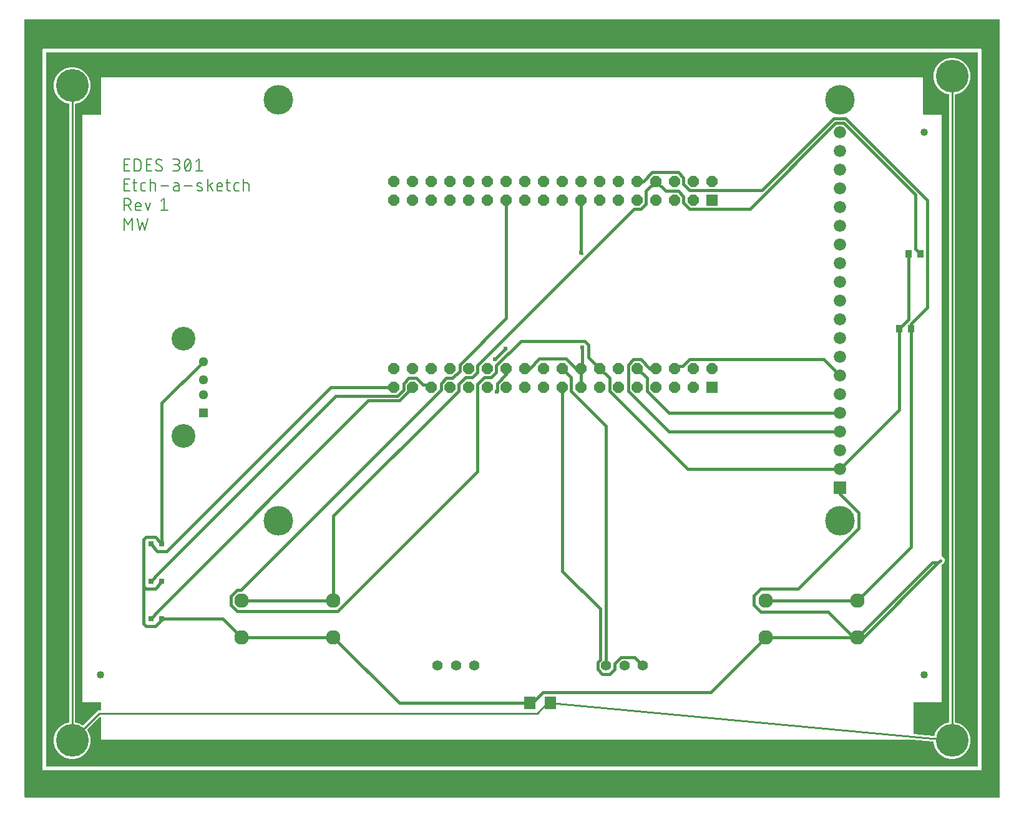
<source format=gbr>
G04 EAGLE Gerber RS-274X export*
G75*
%MOMM*%
%FSLAX34Y34*%
%LPD*%
%INTop Copper*%
%IPPOS*%
%AMOC8*
5,1,8,0,0,1.08239X$1,22.5*%
G01*
%ADD10C,0.152400*%
%ADD11R,1.524000X1.524000*%
%ADD12P,1.649562X8X202.500000*%
%ADD13R,1.676400X1.676400*%
%ADD14C,1.676400*%
%ADD15C,4.016000*%
%ADD16R,1.288000X1.288000*%
%ADD17C,1.288000*%
%ADD18C,3.220000*%
%ADD19C,4.445000*%
%ADD20C,1.016000*%
%ADD21C,1.400000*%
%ADD22R,0.949959X1.031241*%
%ADD23C,1.960000*%
%ADD24R,1.600000X1.803000*%
%ADD25R,0.800000X0.800000*%
%ADD26C,0.381000*%
%ADD27C,0.609600*%
%ADD28C,0.254000*%

G36*
X1296654Y1016118D02*
X1296654Y1016118D01*
X1296647Y1016237D01*
X1296634Y1016275D01*
X1296629Y1016316D01*
X1296586Y1016426D01*
X1296549Y1016539D01*
X1296527Y1016574D01*
X1296512Y1016611D01*
X1296443Y1016707D01*
X1296379Y1016808D01*
X1296349Y1016836D01*
X1296326Y1016869D01*
X1296234Y1016945D01*
X1296147Y1017026D01*
X1296112Y1017046D01*
X1296081Y1017071D01*
X1295973Y1017122D01*
X1295869Y1017180D01*
X1295829Y1017190D01*
X1295793Y1017207D01*
X1295676Y1017229D01*
X1295561Y1017259D01*
X1295501Y1017263D01*
X1295481Y1017267D01*
X1295460Y1017265D01*
X1295400Y1017269D01*
X-25400Y1017269D01*
X-25518Y1017254D01*
X-25637Y1017247D01*
X-25675Y1017234D01*
X-25716Y1017229D01*
X-25826Y1017186D01*
X-25939Y1017149D01*
X-25974Y1017127D01*
X-26011Y1017112D01*
X-26107Y1017043D01*
X-26208Y1016979D01*
X-26236Y1016949D01*
X-26269Y1016926D01*
X-26345Y1016834D01*
X-26426Y1016747D01*
X-26446Y1016712D01*
X-26471Y1016681D01*
X-26522Y1016573D01*
X-26580Y1016469D01*
X-26590Y1016429D01*
X-26607Y1016393D01*
X-26629Y1016276D01*
X-26659Y1016161D01*
X-26663Y1016101D01*
X-26667Y1016081D01*
X-26665Y1016060D01*
X-26669Y1016000D01*
X-26669Y-38100D01*
X-26654Y-38218D01*
X-26647Y-38337D01*
X-26634Y-38375D01*
X-26629Y-38416D01*
X-26586Y-38526D01*
X-26549Y-38639D01*
X-26527Y-38674D01*
X-26512Y-38711D01*
X-26443Y-38807D01*
X-26379Y-38908D01*
X-26349Y-38936D01*
X-26326Y-38969D01*
X-26234Y-39045D01*
X-26147Y-39126D01*
X-26112Y-39146D01*
X-26081Y-39171D01*
X-25973Y-39222D01*
X-25869Y-39280D01*
X-25829Y-39290D01*
X-25793Y-39307D01*
X-25676Y-39329D01*
X-25561Y-39359D01*
X-25501Y-39363D01*
X-25481Y-39367D01*
X-25460Y-39365D01*
X-25400Y-39369D01*
X1295400Y-39369D01*
X1295518Y-39354D01*
X1295637Y-39347D01*
X1295675Y-39334D01*
X1295716Y-39329D01*
X1295826Y-39286D01*
X1295939Y-39249D01*
X1295974Y-39227D01*
X1296011Y-39212D01*
X1296107Y-39143D01*
X1296208Y-39079D01*
X1296236Y-39049D01*
X1296269Y-39026D01*
X1296345Y-38934D01*
X1296426Y-38847D01*
X1296446Y-38812D01*
X1296471Y-38781D01*
X1296522Y-38673D01*
X1296580Y-38569D01*
X1296590Y-38529D01*
X1296607Y-38493D01*
X1296629Y-38376D01*
X1296659Y-38261D01*
X1296663Y-38201D01*
X1296667Y-38181D01*
X1296665Y-38160D01*
X1296669Y-38100D01*
X1296669Y1016000D01*
X1296654Y1016118D01*
G37*
%LPC*%
G36*
X-1052Y977141D02*
X-1052Y977141D01*
X1270852Y977141D01*
X1272341Y975652D01*
X1272341Y-1052D01*
X1270852Y-2541D01*
X-1052Y-2541D01*
X-2541Y-1052D01*
X-2541Y975652D01*
X-1052Y977141D01*
G37*
%LPD*%
G36*
X1267244Y970908D02*
X1267244Y970908D01*
X1267237Y971027D01*
X1267224Y971065D01*
X1267219Y971106D01*
X1267176Y971216D01*
X1267139Y971329D01*
X1267117Y971364D01*
X1267102Y971401D01*
X1267033Y971497D01*
X1266969Y971598D01*
X1266939Y971626D01*
X1266916Y971659D01*
X1266824Y971735D01*
X1266737Y971816D01*
X1266702Y971836D01*
X1266671Y971861D01*
X1266563Y971912D01*
X1266459Y971970D01*
X1266419Y971980D01*
X1266383Y971997D01*
X1266266Y972019D01*
X1266151Y972049D01*
X1266091Y972053D01*
X1266071Y972057D01*
X1266050Y972055D01*
X1265990Y972059D01*
X3810Y972059D01*
X3692Y972044D01*
X3573Y972037D01*
X3535Y972024D01*
X3494Y972019D01*
X3384Y971976D01*
X3271Y971939D01*
X3236Y971917D01*
X3199Y971902D01*
X3103Y971833D01*
X3002Y971769D01*
X2974Y971739D01*
X2941Y971716D01*
X2865Y971624D01*
X2784Y971537D01*
X2764Y971502D01*
X2739Y971471D01*
X2688Y971363D01*
X2630Y971259D01*
X2620Y971219D01*
X2603Y971183D01*
X2581Y971066D01*
X2551Y970951D01*
X2547Y970891D01*
X2543Y970871D01*
X2545Y970850D01*
X2541Y970790D01*
X2541Y3810D01*
X2556Y3692D01*
X2563Y3573D01*
X2576Y3535D01*
X2581Y3494D01*
X2624Y3384D01*
X2661Y3271D01*
X2683Y3236D01*
X2698Y3199D01*
X2767Y3103D01*
X2831Y3002D01*
X2861Y2974D01*
X2884Y2941D01*
X2976Y2865D01*
X3063Y2784D01*
X3098Y2764D01*
X3129Y2739D01*
X3237Y2688D01*
X3341Y2630D01*
X3381Y2620D01*
X3417Y2603D01*
X3534Y2581D01*
X3649Y2551D01*
X3709Y2547D01*
X3729Y2543D01*
X3750Y2545D01*
X3810Y2541D01*
X1265990Y2541D01*
X1266108Y2556D01*
X1266227Y2563D01*
X1266265Y2576D01*
X1266306Y2581D01*
X1266416Y2624D01*
X1266529Y2661D01*
X1266564Y2683D01*
X1266601Y2698D01*
X1266697Y2767D01*
X1266798Y2831D01*
X1266826Y2861D01*
X1266859Y2884D01*
X1266935Y2976D01*
X1267016Y3063D01*
X1267036Y3098D01*
X1267061Y3129D01*
X1267112Y3237D01*
X1267170Y3341D01*
X1267180Y3381D01*
X1267197Y3417D01*
X1267219Y3534D01*
X1267249Y3649D01*
X1267253Y3709D01*
X1267257Y3729D01*
X1267255Y3750D01*
X1267259Y3810D01*
X1267259Y970790D01*
X1267244Y970908D01*
G37*
%LPC*%
G36*
X34275Y901619D02*
X34275Y901619D01*
X34269Y901732D01*
X34255Y901777D01*
X34249Y901823D01*
X34208Y901928D01*
X34175Y902035D01*
X34150Y902075D01*
X34132Y902119D01*
X34067Y902210D01*
X34007Y902306D01*
X33973Y902338D01*
X33946Y902376D01*
X33859Y902448D01*
X33778Y902526D01*
X33737Y902549D01*
X33701Y902579D01*
X33599Y902627D01*
X33501Y902682D01*
X33432Y902706D01*
X33413Y902715D01*
X33395Y902718D01*
X33349Y902734D01*
X28541Y904022D01*
X22894Y907282D01*
X18282Y911894D01*
X15022Y917541D01*
X13334Y923840D01*
X13334Y930360D01*
X15022Y936659D01*
X18282Y942306D01*
X22894Y946918D01*
X28541Y950178D01*
X34840Y951866D01*
X41360Y951866D01*
X47659Y950178D01*
X53306Y946918D01*
X57918Y942306D01*
X61178Y936659D01*
X62866Y930360D01*
X62866Y923840D01*
X61178Y917541D01*
X57918Y911894D01*
X53306Y907282D01*
X47659Y904022D01*
X42851Y902734D01*
X42747Y902691D01*
X42641Y902657D01*
X42601Y902631D01*
X42557Y902614D01*
X42467Y902547D01*
X42372Y902487D01*
X42340Y902452D01*
X42302Y902424D01*
X42231Y902337D01*
X42154Y902255D01*
X42131Y902214D01*
X42101Y902177D01*
X42055Y902075D01*
X42000Y901976D01*
X41989Y901931D01*
X41969Y901888D01*
X41949Y901777D01*
X41921Y901668D01*
X41916Y901596D01*
X41913Y901575D01*
X41914Y901557D01*
X41911Y901508D01*
X41911Y63692D01*
X41925Y63581D01*
X41931Y63468D01*
X41945Y63423D01*
X41951Y63377D01*
X41992Y63272D01*
X42025Y63165D01*
X42050Y63125D01*
X42068Y63081D01*
X42133Y62990D01*
X42193Y62894D01*
X42227Y62862D01*
X42254Y62824D01*
X42341Y62752D01*
X42422Y62674D01*
X42463Y62651D01*
X42499Y62621D01*
X42601Y62573D01*
X42699Y62518D01*
X42768Y62494D01*
X42787Y62485D01*
X42805Y62482D01*
X42851Y62466D01*
X47659Y61178D01*
X51970Y58689D01*
X52073Y58646D01*
X52173Y58595D01*
X52219Y58584D01*
X52263Y58566D01*
X52374Y58550D01*
X52484Y58525D01*
X52531Y58526D01*
X52577Y58520D01*
X52689Y58531D01*
X52802Y58535D01*
X52847Y58548D01*
X52894Y58553D01*
X52999Y58592D01*
X53107Y58623D01*
X53148Y58647D01*
X53192Y58663D01*
X53284Y58727D01*
X53381Y58785D01*
X53435Y58833D01*
X53453Y58845D01*
X53465Y58859D01*
X53502Y58891D01*
X73227Y78616D01*
X76200Y78616D01*
X76318Y78631D01*
X76437Y78638D01*
X76475Y78651D01*
X76516Y78656D01*
X76626Y78699D01*
X76739Y78736D01*
X76774Y78758D01*
X76811Y78773D01*
X76907Y78842D01*
X77008Y78906D01*
X77036Y78936D01*
X77069Y78959D01*
X77145Y79051D01*
X77226Y79138D01*
X77246Y79173D01*
X77271Y79204D01*
X77322Y79312D01*
X77380Y79416D01*
X77390Y79456D01*
X77407Y79492D01*
X77429Y79609D01*
X77459Y79724D01*
X77463Y79784D01*
X77467Y79804D01*
X77465Y79825D01*
X77469Y79885D01*
X77469Y88900D01*
X77454Y89018D01*
X77447Y89137D01*
X77434Y89175D01*
X77429Y89216D01*
X77386Y89326D01*
X77349Y89439D01*
X77327Y89474D01*
X77312Y89511D01*
X77243Y89607D01*
X77179Y89708D01*
X77149Y89736D01*
X77126Y89769D01*
X77034Y89845D01*
X76947Y89926D01*
X76912Y89946D01*
X76881Y89971D01*
X76773Y90022D01*
X76669Y90080D01*
X76629Y90090D01*
X76593Y90107D01*
X76476Y90129D01*
X76361Y90159D01*
X76301Y90163D01*
X76281Y90167D01*
X76260Y90165D01*
X76200Y90169D01*
X52069Y90169D01*
X52069Y887731D01*
X76200Y887731D01*
X76318Y887746D01*
X76437Y887753D01*
X76475Y887766D01*
X76516Y887771D01*
X76626Y887814D01*
X76739Y887851D01*
X76774Y887873D01*
X76811Y887888D01*
X76907Y887958D01*
X77008Y888021D01*
X77036Y888051D01*
X77069Y888074D01*
X77145Y888166D01*
X77226Y888253D01*
X77246Y888288D01*
X77271Y888319D01*
X77322Y888427D01*
X77380Y888531D01*
X77390Y888571D01*
X77407Y888607D01*
X77429Y888724D01*
X77459Y888839D01*
X77463Y888900D01*
X77467Y888920D01*
X77465Y888940D01*
X77469Y889000D01*
X77469Y938531D01*
X1192531Y938531D01*
X1192531Y889000D01*
X1192546Y888882D01*
X1192553Y888763D01*
X1192566Y888725D01*
X1192571Y888684D01*
X1192614Y888574D01*
X1192651Y888461D01*
X1192673Y888426D01*
X1192688Y888389D01*
X1192758Y888293D01*
X1192821Y888192D01*
X1192851Y888164D01*
X1192874Y888131D01*
X1192966Y888056D01*
X1193053Y887974D01*
X1193088Y887954D01*
X1193119Y887929D01*
X1193227Y887878D01*
X1193331Y887820D01*
X1193371Y887810D01*
X1193407Y887793D01*
X1193524Y887771D01*
X1193639Y887741D01*
X1193700Y887737D01*
X1193720Y887733D01*
X1193740Y887735D01*
X1193800Y887731D01*
X1217931Y887731D01*
X1217931Y288820D01*
X1217934Y288791D01*
X1217932Y288762D01*
X1217954Y288633D01*
X1217971Y288505D01*
X1217981Y288477D01*
X1217987Y288448D01*
X1218040Y288330D01*
X1218088Y288209D01*
X1218105Y288185D01*
X1218117Y288158D01*
X1218198Y288057D01*
X1218274Y287952D01*
X1218297Y287933D01*
X1218316Y287910D01*
X1218419Y287832D01*
X1218519Y287749D01*
X1218546Y287736D01*
X1218570Y287719D01*
X1218714Y287648D01*
X1219263Y287421D01*
X1220871Y285813D01*
X1221741Y283712D01*
X1221741Y281438D01*
X1220871Y279337D01*
X1218303Y276769D01*
X1218242Y276691D01*
X1218174Y276619D01*
X1218145Y276566D01*
X1218108Y276518D01*
X1218068Y276427D01*
X1218020Y276340D01*
X1218005Y276282D01*
X1217981Y276226D01*
X1217966Y276128D01*
X1217941Y276032D01*
X1217935Y275932D01*
X1217931Y275912D01*
X1217933Y275900D01*
X1217931Y275872D01*
X1217931Y90169D01*
X1181100Y90169D01*
X1180982Y90154D01*
X1180863Y90147D01*
X1180825Y90134D01*
X1180784Y90129D01*
X1180674Y90086D01*
X1180561Y90049D01*
X1180526Y90027D01*
X1180489Y90012D01*
X1180393Y89943D01*
X1180292Y89879D01*
X1180264Y89849D01*
X1180231Y89826D01*
X1180156Y89734D01*
X1180074Y89647D01*
X1180054Y89612D01*
X1180029Y89581D01*
X1179978Y89473D01*
X1179920Y89369D01*
X1179910Y89329D01*
X1179893Y89293D01*
X1179871Y89176D01*
X1179841Y89061D01*
X1179837Y89001D01*
X1179833Y88981D01*
X1179835Y88960D01*
X1179831Y88900D01*
X1179831Y47941D01*
X1179838Y47881D01*
X1179836Y47821D01*
X1179858Y47724D01*
X1179871Y47625D01*
X1179893Y47569D01*
X1179906Y47510D01*
X1179951Y47422D01*
X1179988Y47330D01*
X1180023Y47281D01*
X1180050Y47227D01*
X1180116Y47153D01*
X1180174Y47072D01*
X1180221Y47034D01*
X1180261Y46989D01*
X1180343Y46933D01*
X1180419Y46869D01*
X1180474Y46844D01*
X1180524Y46810D01*
X1180617Y46776D01*
X1180707Y46734D01*
X1180766Y46723D01*
X1180823Y46702D01*
X1180982Y46677D01*
X1206820Y44267D01*
X1206832Y44267D01*
X1206844Y44265D01*
X1206991Y44272D01*
X1207138Y44277D01*
X1207149Y44281D01*
X1207161Y44281D01*
X1207302Y44325D01*
X1207443Y44366D01*
X1207453Y44372D01*
X1207465Y44376D01*
X1207590Y44453D01*
X1207716Y44528D01*
X1207725Y44537D01*
X1207735Y44543D01*
X1207837Y44649D01*
X1207941Y44753D01*
X1207947Y44764D01*
X1207956Y44773D01*
X1208028Y44901D01*
X1208103Y45027D01*
X1208106Y45039D01*
X1208112Y45050D01*
X1208164Y45202D01*
X1208822Y47659D01*
X1212082Y53306D01*
X1216694Y57918D01*
X1222341Y61178D01*
X1227149Y62466D01*
X1227253Y62509D01*
X1227359Y62543D01*
X1227399Y62569D01*
X1227443Y62586D01*
X1227533Y62653D01*
X1227628Y62713D01*
X1227660Y62748D01*
X1227698Y62776D01*
X1227769Y62863D01*
X1227846Y62945D01*
X1227869Y62986D01*
X1227899Y63023D01*
X1227945Y63125D01*
X1228000Y63224D01*
X1228011Y63269D01*
X1228031Y63312D01*
X1228051Y63423D01*
X1228079Y63532D01*
X1228084Y63604D01*
X1228087Y63625D01*
X1228086Y63643D01*
X1228089Y63692D01*
X1228089Y914208D01*
X1228075Y914319D01*
X1228069Y914432D01*
X1228055Y914477D01*
X1228049Y914523D01*
X1228008Y914628D01*
X1227975Y914735D01*
X1227950Y914775D01*
X1227932Y914819D01*
X1227867Y914910D01*
X1227807Y915006D01*
X1227773Y915038D01*
X1227746Y915076D01*
X1227659Y915148D01*
X1227578Y915226D01*
X1227537Y915249D01*
X1227501Y915279D01*
X1227399Y915327D01*
X1227301Y915382D01*
X1227232Y915406D01*
X1227213Y915415D01*
X1227195Y915418D01*
X1227149Y915434D01*
X1222341Y916722D01*
X1216694Y919982D01*
X1212082Y924594D01*
X1208822Y930241D01*
X1207134Y936540D01*
X1207134Y943060D01*
X1208822Y949359D01*
X1212082Y955006D01*
X1216694Y959618D01*
X1222341Y962878D01*
X1228640Y964566D01*
X1235160Y964566D01*
X1241459Y962878D01*
X1247106Y959618D01*
X1251718Y955006D01*
X1254978Y949359D01*
X1256666Y943060D01*
X1256666Y936540D01*
X1254978Y930241D01*
X1251718Y924594D01*
X1247106Y919982D01*
X1241459Y916722D01*
X1236651Y915434D01*
X1236547Y915391D01*
X1236441Y915357D01*
X1236401Y915331D01*
X1236357Y915314D01*
X1236267Y915247D01*
X1236172Y915187D01*
X1236140Y915152D01*
X1236102Y915124D01*
X1236031Y915037D01*
X1235954Y914955D01*
X1235931Y914914D01*
X1235901Y914877D01*
X1235855Y914775D01*
X1235800Y914676D01*
X1235789Y914631D01*
X1235769Y914588D01*
X1235749Y914477D01*
X1235721Y914368D01*
X1235716Y914296D01*
X1235713Y914275D01*
X1235714Y914257D01*
X1235711Y914208D01*
X1235711Y63692D01*
X1235725Y63581D01*
X1235731Y63468D01*
X1235745Y63423D01*
X1235751Y63377D01*
X1235792Y63272D01*
X1235825Y63165D01*
X1235850Y63125D01*
X1235868Y63081D01*
X1235933Y62990D01*
X1235993Y62894D01*
X1236027Y62862D01*
X1236054Y62824D01*
X1236141Y62752D01*
X1236222Y62674D01*
X1236263Y62651D01*
X1236299Y62621D01*
X1236401Y62573D01*
X1236499Y62518D01*
X1236568Y62494D01*
X1236587Y62485D01*
X1236605Y62482D01*
X1236651Y62466D01*
X1241459Y61178D01*
X1247106Y57918D01*
X1251718Y53306D01*
X1254978Y47659D01*
X1256666Y41360D01*
X1256666Y34840D01*
X1254978Y28541D01*
X1251718Y22894D01*
X1247106Y18282D01*
X1241459Y15022D01*
X1235160Y13334D01*
X1228640Y13334D01*
X1222341Y15022D01*
X1216694Y18282D01*
X1212082Y22894D01*
X1208822Y28541D01*
X1207134Y34840D01*
X1207134Y35427D01*
X1207127Y35486D01*
X1207129Y35547D01*
X1207107Y35644D01*
X1207094Y35742D01*
X1207072Y35798D01*
X1207059Y35857D01*
X1207014Y35945D01*
X1206977Y36038D01*
X1206942Y36087D01*
X1206915Y36140D01*
X1206849Y36215D01*
X1206791Y36295D01*
X1206744Y36334D01*
X1206704Y36379D01*
X1206622Y36435D01*
X1206546Y36498D01*
X1206491Y36524D01*
X1206441Y36558D01*
X1206348Y36591D01*
X1206258Y36634D01*
X1206199Y36645D01*
X1206142Y36665D01*
X1205983Y36690D01*
X1177324Y39364D01*
X1177303Y39363D01*
X1177206Y39369D01*
X77469Y39369D01*
X77469Y69016D01*
X77452Y69153D01*
X77439Y69292D01*
X77432Y69311D01*
X77429Y69331D01*
X77378Y69460D01*
X77331Y69591D01*
X77320Y69608D01*
X77312Y69627D01*
X77231Y69739D01*
X77153Y69855D01*
X77137Y69868D01*
X77126Y69884D01*
X77018Y69973D01*
X76914Y70065D01*
X76896Y70074D01*
X76881Y70087D01*
X76755Y70146D01*
X76631Y70210D01*
X76611Y70214D01*
X76593Y70223D01*
X76457Y70249D01*
X76321Y70279D01*
X76300Y70279D01*
X76281Y70283D01*
X76142Y70274D01*
X76003Y70270D01*
X75983Y70264D01*
X75963Y70263D01*
X75831Y70220D01*
X75697Y70181D01*
X75680Y70171D01*
X75661Y70165D01*
X75543Y70090D01*
X75423Y70020D01*
X75402Y70001D01*
X75392Y69995D01*
X75378Y69980D01*
X75303Y69913D01*
X58891Y53502D01*
X58822Y53413D01*
X58747Y53330D01*
X58725Y53288D01*
X58696Y53251D01*
X58651Y53147D01*
X58599Y53048D01*
X58588Y53002D01*
X58570Y52959D01*
X58552Y52848D01*
X58526Y52738D01*
X58527Y52691D01*
X58520Y52645D01*
X58530Y52533D01*
X58533Y52420D01*
X58545Y52375D01*
X58550Y52328D01*
X58588Y52222D01*
X58618Y52114D01*
X58650Y52049D01*
X58657Y52029D01*
X58668Y52013D01*
X58689Y51970D01*
X61178Y47659D01*
X62866Y41360D01*
X62866Y34840D01*
X61178Y28541D01*
X57918Y22894D01*
X53306Y18282D01*
X47659Y15022D01*
X41360Y13334D01*
X34840Y13334D01*
X28541Y15022D01*
X22894Y18282D01*
X18282Y22894D01*
X15022Y28541D01*
X13334Y34840D01*
X13334Y41360D01*
X15022Y47659D01*
X18282Y53306D01*
X22894Y57918D01*
X28541Y61178D01*
X33349Y62466D01*
X33453Y62509D01*
X33559Y62543D01*
X33599Y62569D01*
X33643Y62586D01*
X33733Y62653D01*
X33828Y62713D01*
X33860Y62748D01*
X33898Y62776D01*
X33969Y62863D01*
X34046Y62945D01*
X34069Y62986D01*
X34099Y63023D01*
X34145Y63125D01*
X34200Y63224D01*
X34211Y63269D01*
X34231Y63312D01*
X34251Y63423D01*
X34279Y63532D01*
X34284Y63604D01*
X34287Y63625D01*
X34286Y63643D01*
X34289Y63692D01*
X34289Y901508D01*
X34275Y901619D01*
G37*
%LPD*%
D10*
X115937Y811022D02*
X108712Y811022D01*
X108712Y827278D01*
X115937Y827278D01*
X114131Y820053D02*
X108712Y820053D01*
X122229Y827278D02*
X122229Y811022D01*
X122229Y827278D02*
X126745Y827278D01*
X126876Y827276D01*
X127008Y827270D01*
X127139Y827261D01*
X127269Y827247D01*
X127400Y827230D01*
X127529Y827209D01*
X127658Y827185D01*
X127786Y827156D01*
X127914Y827124D01*
X128040Y827088D01*
X128165Y827049D01*
X128290Y827006D01*
X128412Y826959D01*
X128534Y826909D01*
X128654Y826855D01*
X128772Y826798D01*
X128888Y826737D01*
X129003Y826673D01*
X129116Y826606D01*
X129227Y826535D01*
X129335Y826461D01*
X129442Y826384D01*
X129546Y826304D01*
X129648Y826221D01*
X129747Y826136D01*
X129844Y826047D01*
X129938Y825955D01*
X130030Y825861D01*
X130119Y825764D01*
X130204Y825665D01*
X130287Y825563D01*
X130367Y825459D01*
X130444Y825352D01*
X130518Y825244D01*
X130589Y825133D01*
X130656Y825020D01*
X130720Y824905D01*
X130781Y824789D01*
X130838Y824671D01*
X130892Y824551D01*
X130942Y824429D01*
X130989Y824307D01*
X131032Y824182D01*
X131071Y824057D01*
X131107Y823931D01*
X131139Y823803D01*
X131168Y823675D01*
X131192Y823546D01*
X131213Y823417D01*
X131230Y823286D01*
X131244Y823156D01*
X131253Y823025D01*
X131259Y822893D01*
X131261Y822762D01*
X131260Y822762D02*
X131260Y815538D01*
X131261Y815538D02*
X131259Y815407D01*
X131253Y815275D01*
X131244Y815144D01*
X131230Y815014D01*
X131213Y814883D01*
X131192Y814754D01*
X131168Y814625D01*
X131139Y814497D01*
X131107Y814369D01*
X131071Y814243D01*
X131032Y814118D01*
X130989Y813993D01*
X130942Y813871D01*
X130892Y813749D01*
X130838Y813629D01*
X130781Y813511D01*
X130720Y813395D01*
X130656Y813280D01*
X130589Y813167D01*
X130518Y813056D01*
X130444Y812948D01*
X130367Y812841D01*
X130287Y812737D01*
X130204Y812635D01*
X130119Y812536D01*
X130030Y812439D01*
X129938Y812345D01*
X129844Y812253D01*
X129747Y812164D01*
X129648Y812079D01*
X129546Y811996D01*
X129442Y811916D01*
X129335Y811839D01*
X129227Y811765D01*
X129116Y811694D01*
X129003Y811627D01*
X128888Y811563D01*
X128772Y811502D01*
X128654Y811445D01*
X128534Y811391D01*
X128412Y811341D01*
X128290Y811294D01*
X128165Y811251D01*
X128040Y811212D01*
X127914Y811176D01*
X127786Y811144D01*
X127658Y811115D01*
X127529Y811091D01*
X127399Y811070D01*
X127269Y811053D01*
X127139Y811039D01*
X127008Y811030D01*
X126876Y811024D01*
X126745Y811022D01*
X122229Y811022D01*
X138932Y811022D02*
X146157Y811022D01*
X138932Y811022D02*
X138932Y827278D01*
X146157Y827278D01*
X144351Y820053D02*
X138932Y820053D01*
X156826Y811022D02*
X156944Y811024D01*
X157062Y811030D01*
X157180Y811039D01*
X157297Y811053D01*
X157414Y811070D01*
X157531Y811091D01*
X157646Y811116D01*
X157761Y811145D01*
X157875Y811178D01*
X157987Y811214D01*
X158098Y811254D01*
X158208Y811297D01*
X158317Y811344D01*
X158424Y811394D01*
X158529Y811449D01*
X158632Y811506D01*
X158733Y811567D01*
X158833Y811631D01*
X158930Y811698D01*
X159025Y811768D01*
X159117Y811842D01*
X159208Y811918D01*
X159295Y811998D01*
X159380Y812080D01*
X159462Y812165D01*
X159542Y812252D01*
X159618Y812343D01*
X159692Y812435D01*
X159762Y812530D01*
X159829Y812627D01*
X159893Y812727D01*
X159954Y812828D01*
X160011Y812931D01*
X160066Y813036D01*
X160116Y813143D01*
X160163Y813252D01*
X160206Y813362D01*
X160246Y813473D01*
X160282Y813585D01*
X160315Y813699D01*
X160344Y813814D01*
X160369Y813929D01*
X160390Y814046D01*
X160407Y814163D01*
X160421Y814280D01*
X160430Y814398D01*
X160436Y814516D01*
X160438Y814634D01*
X156826Y811022D02*
X156643Y811024D01*
X156461Y811031D01*
X156279Y811042D01*
X156097Y811057D01*
X155915Y811077D01*
X155734Y811100D01*
X155554Y811129D01*
X155374Y811161D01*
X155195Y811198D01*
X155018Y811239D01*
X154841Y811285D01*
X154665Y811334D01*
X154491Y811388D01*
X154317Y811446D01*
X154146Y811508D01*
X153976Y811574D01*
X153807Y811645D01*
X153640Y811719D01*
X153475Y811797D01*
X153312Y811879D01*
X153151Y811965D01*
X152992Y812055D01*
X152835Y812149D01*
X152681Y812246D01*
X152529Y812347D01*
X152379Y812452D01*
X152232Y812560D01*
X152088Y812671D01*
X151946Y812786D01*
X151807Y812905D01*
X151671Y813027D01*
X151538Y813152D01*
X151408Y813280D01*
X151860Y823666D02*
X151862Y823784D01*
X151868Y823902D01*
X151877Y824020D01*
X151891Y824137D01*
X151908Y824254D01*
X151929Y824371D01*
X151954Y824486D01*
X151983Y824601D01*
X152016Y824715D01*
X152052Y824827D01*
X152092Y824938D01*
X152135Y825048D01*
X152182Y825157D01*
X152232Y825264D01*
X152287Y825369D01*
X152344Y825472D01*
X152405Y825573D01*
X152469Y825673D01*
X152536Y825770D01*
X152606Y825865D01*
X152680Y825957D01*
X152756Y826048D01*
X152836Y826135D01*
X152918Y826220D01*
X153003Y826302D01*
X153090Y826382D01*
X153181Y826458D01*
X153273Y826532D01*
X153368Y826602D01*
X153465Y826669D01*
X153565Y826733D01*
X153666Y826794D01*
X153769Y826852D01*
X153874Y826906D01*
X153981Y826956D01*
X154090Y827003D01*
X154200Y827047D01*
X154311Y827086D01*
X154424Y827122D01*
X154537Y827155D01*
X154652Y827184D01*
X154767Y827209D01*
X154884Y827230D01*
X155001Y827247D01*
X155118Y827261D01*
X155236Y827270D01*
X155354Y827276D01*
X155472Y827278D01*
X155633Y827276D01*
X155795Y827270D01*
X155956Y827261D01*
X156117Y827247D01*
X156277Y827230D01*
X156437Y827209D01*
X156597Y827184D01*
X156756Y827155D01*
X156914Y827123D01*
X157071Y827087D01*
X157227Y827047D01*
X157383Y827003D01*
X157537Y826955D01*
X157690Y826904D01*
X157842Y826850D01*
X157993Y826791D01*
X158142Y826730D01*
X158289Y826664D01*
X158435Y826595D01*
X158580Y826523D01*
X158722Y826447D01*
X158863Y826368D01*
X159002Y826286D01*
X159138Y826200D01*
X159273Y826111D01*
X159406Y826019D01*
X159536Y825923D01*
X153665Y820505D02*
X153564Y820567D01*
X153464Y820632D01*
X153367Y820701D01*
X153272Y820773D01*
X153179Y820847D01*
X153089Y820925D01*
X153001Y821006D01*
X152916Y821089D01*
X152834Y821175D01*
X152755Y821264D01*
X152678Y821355D01*
X152605Y821449D01*
X152534Y821545D01*
X152467Y821643D01*
X152403Y821743D01*
X152342Y821846D01*
X152285Y821950D01*
X152231Y822056D01*
X152181Y822164D01*
X152134Y822273D01*
X152090Y822384D01*
X152050Y822496D01*
X152014Y822610D01*
X151982Y822724D01*
X151953Y822840D01*
X151928Y822956D01*
X151907Y823073D01*
X151890Y823191D01*
X151876Y823309D01*
X151867Y823428D01*
X151861Y823547D01*
X151859Y823666D01*
X158633Y817795D02*
X158734Y817733D01*
X158834Y817668D01*
X158931Y817599D01*
X159026Y817527D01*
X159119Y817453D01*
X159209Y817375D01*
X159297Y817294D01*
X159382Y817211D01*
X159464Y817125D01*
X159543Y817036D01*
X159620Y816945D01*
X159693Y816851D01*
X159764Y816755D01*
X159831Y816657D01*
X159895Y816557D01*
X159956Y816454D01*
X160013Y816350D01*
X160067Y816244D01*
X160117Y816136D01*
X160164Y816027D01*
X160208Y815916D01*
X160248Y815804D01*
X160284Y815690D01*
X160316Y815576D01*
X160345Y815460D01*
X160370Y815344D01*
X160391Y815227D01*
X160408Y815109D01*
X160422Y814991D01*
X160431Y814872D01*
X160437Y814753D01*
X160439Y814634D01*
X158632Y817795D02*
X153665Y820505D01*
X174854Y811022D02*
X179370Y811022D01*
X179503Y811024D01*
X179635Y811030D01*
X179767Y811040D01*
X179899Y811053D01*
X180031Y811071D01*
X180161Y811092D01*
X180292Y811117D01*
X180421Y811146D01*
X180549Y811179D01*
X180677Y811215D01*
X180803Y811255D01*
X180928Y811299D01*
X181052Y811347D01*
X181174Y811398D01*
X181295Y811453D01*
X181414Y811511D01*
X181532Y811573D01*
X181647Y811638D01*
X181761Y811707D01*
X181872Y811778D01*
X181981Y811854D01*
X182088Y811932D01*
X182193Y812013D01*
X182295Y812098D01*
X182395Y812185D01*
X182492Y812275D01*
X182587Y812368D01*
X182678Y812464D01*
X182767Y812562D01*
X182853Y812663D01*
X182936Y812767D01*
X183016Y812873D01*
X183092Y812981D01*
X183166Y813091D01*
X183236Y813204D01*
X183303Y813318D01*
X183366Y813435D01*
X183426Y813553D01*
X183483Y813673D01*
X183536Y813795D01*
X183585Y813918D01*
X183631Y814042D01*
X183673Y814168D01*
X183711Y814295D01*
X183746Y814423D01*
X183777Y814552D01*
X183804Y814681D01*
X183827Y814812D01*
X183847Y814943D01*
X183862Y815075D01*
X183874Y815207D01*
X183882Y815339D01*
X183886Y815472D01*
X183886Y815604D01*
X183882Y815737D01*
X183874Y815869D01*
X183862Y816001D01*
X183847Y816133D01*
X183827Y816264D01*
X183804Y816395D01*
X183777Y816524D01*
X183746Y816653D01*
X183711Y816781D01*
X183673Y816908D01*
X183631Y817034D01*
X183585Y817158D01*
X183536Y817281D01*
X183483Y817403D01*
X183426Y817523D01*
X183366Y817641D01*
X183303Y817758D01*
X183236Y817872D01*
X183166Y817985D01*
X183092Y818095D01*
X183016Y818203D01*
X182936Y818309D01*
X182853Y818413D01*
X182767Y818514D01*
X182678Y818612D01*
X182587Y818708D01*
X182492Y818801D01*
X182395Y818891D01*
X182295Y818978D01*
X182193Y819063D01*
X182088Y819144D01*
X181981Y819222D01*
X181872Y819298D01*
X181761Y819369D01*
X181647Y819438D01*
X181532Y819503D01*
X181414Y819565D01*
X181295Y819623D01*
X181174Y819678D01*
X181052Y819729D01*
X180928Y819777D01*
X180803Y819821D01*
X180677Y819861D01*
X180549Y819897D01*
X180421Y819930D01*
X180292Y819959D01*
X180161Y819984D01*
X180031Y820005D01*
X179899Y820023D01*
X179767Y820036D01*
X179635Y820046D01*
X179503Y820052D01*
X179370Y820054D01*
X180273Y827278D02*
X174854Y827278D01*
X180273Y827278D02*
X180392Y827276D01*
X180512Y827270D01*
X180631Y827260D01*
X180749Y827246D01*
X180868Y827229D01*
X180985Y827207D01*
X181102Y827182D01*
X181217Y827152D01*
X181332Y827119D01*
X181446Y827082D01*
X181558Y827042D01*
X181669Y826997D01*
X181778Y826949D01*
X181886Y826898D01*
X181992Y826843D01*
X182096Y826784D01*
X182198Y826722D01*
X182298Y826657D01*
X182396Y826588D01*
X182492Y826516D01*
X182585Y826441D01*
X182675Y826364D01*
X182763Y826283D01*
X182848Y826199D01*
X182930Y826112D01*
X183010Y826023D01*
X183086Y825931D01*
X183160Y825837D01*
X183230Y825740D01*
X183297Y825642D01*
X183361Y825541D01*
X183421Y825437D01*
X183478Y825332D01*
X183531Y825225D01*
X183581Y825117D01*
X183627Y825007D01*
X183669Y824895D01*
X183708Y824782D01*
X183743Y824668D01*
X183774Y824553D01*
X183802Y824436D01*
X183825Y824319D01*
X183845Y824202D01*
X183861Y824083D01*
X183873Y823964D01*
X183881Y823845D01*
X183885Y823726D01*
X183885Y823606D01*
X183881Y823487D01*
X183873Y823368D01*
X183861Y823249D01*
X183845Y823130D01*
X183825Y823013D01*
X183802Y822896D01*
X183774Y822779D01*
X183743Y822664D01*
X183708Y822550D01*
X183669Y822437D01*
X183627Y822325D01*
X183581Y822215D01*
X183531Y822107D01*
X183478Y822000D01*
X183421Y821895D01*
X183361Y821791D01*
X183297Y821690D01*
X183230Y821592D01*
X183160Y821495D01*
X183086Y821401D01*
X183010Y821309D01*
X182930Y821220D01*
X182848Y821133D01*
X182763Y821049D01*
X182675Y820968D01*
X182585Y820891D01*
X182492Y820816D01*
X182396Y820744D01*
X182298Y820675D01*
X182198Y820610D01*
X182096Y820548D01*
X181992Y820489D01*
X181886Y820434D01*
X181778Y820383D01*
X181669Y820335D01*
X181558Y820290D01*
X181446Y820250D01*
X181332Y820213D01*
X181217Y820180D01*
X181102Y820150D01*
X180985Y820125D01*
X180868Y820103D01*
X180749Y820086D01*
X180631Y820072D01*
X180512Y820062D01*
X180392Y820056D01*
X180273Y820054D01*
X180273Y820053D02*
X176661Y820053D01*
X190486Y819150D02*
X190490Y819470D01*
X190501Y819789D01*
X190520Y820109D01*
X190547Y820427D01*
X190581Y820745D01*
X190623Y821062D01*
X190673Y821378D01*
X190730Y821693D01*
X190794Y822006D01*
X190866Y822318D01*
X190945Y822628D01*
X191032Y822935D01*
X191126Y823241D01*
X191227Y823544D01*
X191336Y823845D01*
X191451Y824143D01*
X191574Y824439D01*
X191704Y824731D01*
X191841Y825020D01*
X191840Y825021D02*
X191879Y825129D01*
X191922Y825236D01*
X191968Y825341D01*
X192019Y825445D01*
X192072Y825547D01*
X192129Y825647D01*
X192190Y825745D01*
X192254Y825840D01*
X192321Y825934D01*
X192392Y826025D01*
X192465Y826114D01*
X192542Y826200D01*
X192621Y826283D01*
X192703Y826364D01*
X192788Y826442D01*
X192876Y826516D01*
X192966Y826588D01*
X193058Y826656D01*
X193153Y826722D01*
X193250Y826784D01*
X193349Y826842D01*
X193451Y826898D01*
X193553Y826949D01*
X193658Y826997D01*
X193764Y827042D01*
X193872Y827083D01*
X193981Y827120D01*
X194091Y827153D01*
X194203Y827182D01*
X194315Y827208D01*
X194428Y827230D01*
X194542Y827247D01*
X194656Y827261D01*
X194771Y827271D01*
X194886Y827277D01*
X195001Y827279D01*
X195001Y827278D02*
X195116Y827276D01*
X195231Y827270D01*
X195346Y827260D01*
X195460Y827246D01*
X195574Y827229D01*
X195687Y827207D01*
X195799Y827181D01*
X195911Y827152D01*
X196021Y827119D01*
X196130Y827082D01*
X196238Y827041D01*
X196344Y826996D01*
X196449Y826948D01*
X196551Y826897D01*
X196652Y826841D01*
X196752Y826783D01*
X196849Y826721D01*
X196943Y826656D01*
X197036Y826587D01*
X197126Y826515D01*
X197214Y826441D01*
X197299Y826363D01*
X197381Y826282D01*
X197460Y826199D01*
X197537Y826113D01*
X197610Y826024D01*
X197681Y825933D01*
X197748Y825839D01*
X197812Y825744D01*
X197873Y825646D01*
X197930Y825546D01*
X197983Y825444D01*
X198034Y825340D01*
X198080Y825235D01*
X198123Y825128D01*
X198162Y825020D01*
X198299Y824731D01*
X198429Y824439D01*
X198552Y824143D01*
X198667Y823845D01*
X198776Y823544D01*
X198877Y823241D01*
X198971Y822935D01*
X199058Y822628D01*
X199137Y822318D01*
X199209Y822006D01*
X199273Y821693D01*
X199330Y821378D01*
X199380Y821062D01*
X199422Y820745D01*
X199456Y820427D01*
X199483Y820109D01*
X199502Y819789D01*
X199513Y819470D01*
X199517Y819150D01*
X190486Y819150D02*
X190490Y818830D01*
X190501Y818511D01*
X190520Y818191D01*
X190547Y817873D01*
X190581Y817555D01*
X190623Y817238D01*
X190673Y816922D01*
X190730Y816607D01*
X190794Y816294D01*
X190866Y815982D01*
X190945Y815672D01*
X191032Y815365D01*
X191126Y815059D01*
X191227Y814756D01*
X191336Y814455D01*
X191451Y814157D01*
X191574Y813861D01*
X191704Y813569D01*
X191841Y813280D01*
X191840Y813280D02*
X191879Y813172D01*
X191922Y813065D01*
X191968Y812960D01*
X192019Y812856D01*
X192072Y812754D01*
X192129Y812654D01*
X192190Y812556D01*
X192254Y812461D01*
X192321Y812367D01*
X192392Y812276D01*
X192465Y812187D01*
X192542Y812101D01*
X192621Y812018D01*
X192703Y811937D01*
X192788Y811859D01*
X192876Y811785D01*
X192966Y811713D01*
X193059Y811644D01*
X193153Y811579D01*
X193250Y811517D01*
X193350Y811459D01*
X193451Y811403D01*
X193553Y811352D01*
X193658Y811304D01*
X193764Y811259D01*
X193872Y811218D01*
X193981Y811181D01*
X194091Y811148D01*
X194203Y811119D01*
X194315Y811093D01*
X194428Y811071D01*
X194542Y811054D01*
X194656Y811040D01*
X194771Y811030D01*
X194886Y811024D01*
X195001Y811022D01*
X198161Y813280D02*
X198298Y813569D01*
X198428Y813861D01*
X198551Y814157D01*
X198666Y814455D01*
X198775Y814756D01*
X198876Y815059D01*
X198970Y815365D01*
X199057Y815672D01*
X199136Y815982D01*
X199208Y816294D01*
X199272Y816607D01*
X199329Y816922D01*
X199379Y817238D01*
X199421Y817555D01*
X199455Y817873D01*
X199482Y818191D01*
X199501Y818511D01*
X199512Y818830D01*
X199516Y819150D01*
X198162Y813280D02*
X198123Y813172D01*
X198080Y813065D01*
X198034Y812960D01*
X197983Y812856D01*
X197930Y812754D01*
X197873Y812654D01*
X197812Y812556D01*
X197748Y812461D01*
X197681Y812367D01*
X197610Y812276D01*
X197537Y812187D01*
X197460Y812101D01*
X197381Y812018D01*
X197299Y811937D01*
X197214Y811859D01*
X197126Y811785D01*
X197036Y811713D01*
X196943Y811644D01*
X196849Y811579D01*
X196752Y811517D01*
X196652Y811459D01*
X196551Y811403D01*
X196448Y811352D01*
X196344Y811304D01*
X196238Y811259D01*
X196130Y811218D01*
X196021Y811181D01*
X195911Y811148D01*
X195799Y811119D01*
X195687Y811093D01*
X195574Y811071D01*
X195460Y811054D01*
X195346Y811040D01*
X195231Y811030D01*
X195116Y811024D01*
X195001Y811022D01*
X191389Y814634D02*
X198614Y823666D01*
X206117Y823666D02*
X210632Y827278D01*
X210632Y811022D01*
X206117Y811022D02*
X215148Y811022D01*
X115937Y784352D02*
X108712Y784352D01*
X108712Y800608D01*
X115937Y800608D01*
X114131Y793383D02*
X108712Y793383D01*
X120272Y795189D02*
X125691Y795189D01*
X122078Y800608D02*
X122078Y787061D01*
X122079Y787061D02*
X122081Y786960D01*
X122087Y786859D01*
X122096Y786758D01*
X122109Y786657D01*
X122126Y786557D01*
X122147Y786458D01*
X122171Y786360D01*
X122199Y786263D01*
X122231Y786166D01*
X122266Y786071D01*
X122305Y785978D01*
X122347Y785886D01*
X122393Y785795D01*
X122442Y785707D01*
X122494Y785620D01*
X122550Y785535D01*
X122608Y785452D01*
X122670Y785372D01*
X122735Y785294D01*
X122802Y785218D01*
X122872Y785145D01*
X122945Y785075D01*
X123021Y785008D01*
X123099Y784943D01*
X123179Y784881D01*
X123262Y784823D01*
X123347Y784767D01*
X123434Y784715D01*
X123522Y784666D01*
X123613Y784620D01*
X123705Y784578D01*
X123798Y784539D01*
X123893Y784504D01*
X123990Y784472D01*
X124087Y784444D01*
X124185Y784420D01*
X124284Y784399D01*
X124384Y784382D01*
X124485Y784369D01*
X124586Y784360D01*
X124687Y784354D01*
X124788Y784352D01*
X125691Y784352D01*
X134196Y784352D02*
X137808Y784352D01*
X134196Y784352D02*
X134095Y784354D01*
X133994Y784360D01*
X133893Y784369D01*
X133792Y784382D01*
X133692Y784399D01*
X133593Y784420D01*
X133495Y784444D01*
X133398Y784472D01*
X133301Y784504D01*
X133206Y784539D01*
X133113Y784578D01*
X133021Y784620D01*
X132930Y784666D01*
X132842Y784715D01*
X132755Y784767D01*
X132670Y784823D01*
X132587Y784881D01*
X132507Y784943D01*
X132429Y785008D01*
X132353Y785075D01*
X132280Y785145D01*
X132210Y785218D01*
X132143Y785294D01*
X132078Y785372D01*
X132016Y785452D01*
X131958Y785535D01*
X131902Y785620D01*
X131850Y785707D01*
X131801Y785795D01*
X131755Y785886D01*
X131713Y785978D01*
X131674Y786071D01*
X131639Y786166D01*
X131607Y786263D01*
X131579Y786360D01*
X131555Y786458D01*
X131534Y786557D01*
X131517Y786657D01*
X131504Y786758D01*
X131495Y786859D01*
X131489Y786960D01*
X131487Y787061D01*
X131487Y792480D01*
X131489Y792581D01*
X131495Y792682D01*
X131504Y792783D01*
X131517Y792884D01*
X131534Y792984D01*
X131555Y793083D01*
X131579Y793181D01*
X131607Y793278D01*
X131639Y793375D01*
X131674Y793470D01*
X131713Y793563D01*
X131755Y793655D01*
X131801Y793746D01*
X131850Y793835D01*
X131902Y793921D01*
X131958Y794006D01*
X132016Y794089D01*
X132078Y794169D01*
X132143Y794247D01*
X132210Y794323D01*
X132280Y794396D01*
X132353Y794466D01*
X132429Y794533D01*
X132507Y794598D01*
X132587Y794660D01*
X132670Y794718D01*
X132755Y794774D01*
X132842Y794826D01*
X132930Y794875D01*
X133021Y794921D01*
X133113Y794963D01*
X133206Y795002D01*
X133301Y795037D01*
X133398Y795069D01*
X133495Y795097D01*
X133593Y795121D01*
X133692Y795142D01*
X133792Y795159D01*
X133893Y795172D01*
X133994Y795181D01*
X134095Y795187D01*
X134196Y795189D01*
X137808Y795189D01*
X143974Y800608D02*
X143974Y784352D01*
X143974Y795189D02*
X148490Y795189D01*
X148594Y795187D01*
X148697Y795181D01*
X148801Y795171D01*
X148904Y795157D01*
X149006Y795139D01*
X149107Y795118D01*
X149208Y795092D01*
X149307Y795063D01*
X149406Y795030D01*
X149503Y794993D01*
X149598Y794952D01*
X149692Y794908D01*
X149784Y794860D01*
X149874Y794809D01*
X149963Y794754D01*
X150049Y794696D01*
X150132Y794634D01*
X150214Y794570D01*
X150292Y794502D01*
X150368Y794432D01*
X150442Y794359D01*
X150512Y794282D01*
X150580Y794204D01*
X150644Y794122D01*
X150706Y794039D01*
X150764Y793953D01*
X150819Y793864D01*
X150870Y793774D01*
X150918Y793682D01*
X150962Y793588D01*
X151003Y793493D01*
X151040Y793396D01*
X151073Y793297D01*
X151102Y793198D01*
X151128Y793097D01*
X151149Y792996D01*
X151167Y792894D01*
X151181Y792791D01*
X151191Y792687D01*
X151197Y792584D01*
X151199Y792480D01*
X151199Y784352D01*
X158320Y790674D02*
X169157Y790674D01*
X178845Y790674D02*
X182909Y790674D01*
X178845Y790674D02*
X178733Y790672D01*
X178622Y790666D01*
X178511Y790656D01*
X178400Y790643D01*
X178290Y790625D01*
X178181Y790603D01*
X178072Y790578D01*
X177964Y790549D01*
X177858Y790516D01*
X177752Y790479D01*
X177648Y790439D01*
X177546Y790395D01*
X177445Y790347D01*
X177346Y790296D01*
X177248Y790241D01*
X177153Y790183D01*
X177060Y790122D01*
X176969Y790057D01*
X176880Y789989D01*
X176794Y789918D01*
X176711Y789845D01*
X176630Y789768D01*
X176551Y789688D01*
X176476Y789606D01*
X176404Y789521D01*
X176334Y789434D01*
X176268Y789344D01*
X176205Y789252D01*
X176145Y789157D01*
X176089Y789061D01*
X176036Y788963D01*
X175987Y788863D01*
X175941Y788761D01*
X175899Y788658D01*
X175860Y788553D01*
X175825Y788447D01*
X175794Y788340D01*
X175767Y788232D01*
X175743Y788123D01*
X175724Y788013D01*
X175708Y787903D01*
X175696Y787792D01*
X175688Y787680D01*
X175684Y787569D01*
X175684Y787457D01*
X175688Y787346D01*
X175696Y787234D01*
X175708Y787123D01*
X175724Y787013D01*
X175743Y786903D01*
X175767Y786794D01*
X175794Y786686D01*
X175825Y786579D01*
X175860Y786473D01*
X175899Y786368D01*
X175941Y786265D01*
X175987Y786163D01*
X176036Y786063D01*
X176089Y785965D01*
X176145Y785869D01*
X176205Y785774D01*
X176268Y785682D01*
X176334Y785592D01*
X176404Y785505D01*
X176476Y785420D01*
X176551Y785338D01*
X176630Y785258D01*
X176711Y785181D01*
X176794Y785108D01*
X176880Y785037D01*
X176969Y784969D01*
X177060Y784904D01*
X177153Y784843D01*
X177248Y784785D01*
X177346Y784730D01*
X177445Y784679D01*
X177546Y784631D01*
X177648Y784587D01*
X177752Y784547D01*
X177858Y784510D01*
X177964Y784477D01*
X178072Y784448D01*
X178181Y784423D01*
X178290Y784401D01*
X178400Y784383D01*
X178511Y784370D01*
X178622Y784360D01*
X178733Y784354D01*
X178845Y784352D01*
X182909Y784352D01*
X182909Y792480D01*
X182907Y792581D01*
X182901Y792682D01*
X182892Y792783D01*
X182879Y792884D01*
X182862Y792984D01*
X182841Y793083D01*
X182817Y793181D01*
X182789Y793278D01*
X182757Y793375D01*
X182722Y793470D01*
X182683Y793563D01*
X182641Y793655D01*
X182595Y793746D01*
X182546Y793835D01*
X182494Y793921D01*
X182438Y794006D01*
X182380Y794089D01*
X182318Y794169D01*
X182253Y794247D01*
X182186Y794323D01*
X182116Y794396D01*
X182043Y794466D01*
X181967Y794533D01*
X181889Y794598D01*
X181809Y794660D01*
X181726Y794718D01*
X181641Y794774D01*
X181555Y794826D01*
X181466Y794875D01*
X181375Y794921D01*
X181283Y794963D01*
X181190Y795002D01*
X181095Y795037D01*
X180998Y795069D01*
X180901Y795097D01*
X180803Y795121D01*
X180704Y795142D01*
X180604Y795159D01*
X180503Y795172D01*
X180402Y795181D01*
X180301Y795187D01*
X180200Y795189D01*
X176587Y795189D01*
X190104Y790674D02*
X200941Y790674D01*
X208896Y790674D02*
X213411Y788868D01*
X208895Y790674D02*
X208807Y790711D01*
X208721Y790752D01*
X208636Y790796D01*
X208553Y790844D01*
X208473Y790895D01*
X208394Y790949D01*
X208318Y791007D01*
X208244Y791067D01*
X208172Y791131D01*
X208104Y791197D01*
X208038Y791267D01*
X207975Y791338D01*
X207914Y791413D01*
X207857Y791489D01*
X207804Y791568D01*
X207753Y791649D01*
X207706Y791732D01*
X207662Y791817D01*
X207622Y791904D01*
X207585Y791992D01*
X207552Y792082D01*
X207522Y792173D01*
X207497Y792265D01*
X207475Y792358D01*
X207457Y792452D01*
X207442Y792546D01*
X207432Y792641D01*
X207426Y792737D01*
X207423Y792832D01*
X207424Y792928D01*
X207430Y793023D01*
X207439Y793119D01*
X207452Y793213D01*
X207468Y793307D01*
X207489Y793401D01*
X207514Y793493D01*
X207542Y793584D01*
X207574Y793674D01*
X207609Y793763D01*
X207648Y793850D01*
X207691Y793936D01*
X207737Y794020D01*
X207787Y794101D01*
X207839Y794181D01*
X207895Y794259D01*
X207955Y794334D01*
X208017Y794406D01*
X208082Y794476D01*
X208150Y794544D01*
X208220Y794608D01*
X208293Y794670D01*
X208369Y794728D01*
X208447Y794784D01*
X208527Y794836D01*
X208609Y794885D01*
X208693Y794930D01*
X208779Y794972D01*
X208866Y795011D01*
X208955Y795046D01*
X209046Y795077D01*
X209137Y795104D01*
X209230Y795128D01*
X209323Y795148D01*
X209417Y795164D01*
X209512Y795176D01*
X209607Y795185D01*
X209703Y795189D01*
X209798Y795190D01*
X210045Y795183D01*
X210291Y795171D01*
X210537Y795153D01*
X210783Y795128D01*
X211027Y795098D01*
X211271Y795062D01*
X211514Y795021D01*
X211756Y794973D01*
X211997Y794919D01*
X212236Y794860D01*
X212474Y794795D01*
X212710Y794724D01*
X212945Y794648D01*
X213178Y794566D01*
X213408Y794478D01*
X213636Y794385D01*
X213863Y794287D01*
X213411Y788867D02*
X213499Y788830D01*
X213585Y788789D01*
X213670Y788745D01*
X213753Y788697D01*
X213833Y788646D01*
X213912Y788592D01*
X213988Y788534D01*
X214062Y788474D01*
X214134Y788410D01*
X214202Y788344D01*
X214268Y788274D01*
X214331Y788203D01*
X214392Y788128D01*
X214449Y788052D01*
X214502Y787973D01*
X214553Y787892D01*
X214600Y787809D01*
X214644Y787724D01*
X214684Y787637D01*
X214721Y787549D01*
X214754Y787459D01*
X214784Y787368D01*
X214809Y787276D01*
X214831Y787183D01*
X214849Y787089D01*
X214864Y786995D01*
X214874Y786900D01*
X214880Y786804D01*
X214883Y786709D01*
X214882Y786613D01*
X214876Y786518D01*
X214867Y786422D01*
X214854Y786328D01*
X214838Y786234D01*
X214817Y786140D01*
X214792Y786048D01*
X214764Y785957D01*
X214732Y785867D01*
X214697Y785778D01*
X214658Y785691D01*
X214615Y785605D01*
X214569Y785521D01*
X214519Y785440D01*
X214467Y785360D01*
X214411Y785282D01*
X214351Y785207D01*
X214289Y785135D01*
X214224Y785065D01*
X214156Y784997D01*
X214086Y784933D01*
X214013Y784871D01*
X213937Y784813D01*
X213859Y784757D01*
X213779Y784705D01*
X213697Y784656D01*
X213613Y784611D01*
X213527Y784569D01*
X213440Y784530D01*
X213351Y784495D01*
X213260Y784464D01*
X213169Y784437D01*
X213076Y784413D01*
X212983Y784393D01*
X212889Y784377D01*
X212794Y784365D01*
X212699Y784356D01*
X212603Y784352D01*
X212508Y784351D01*
X212508Y784352D02*
X212146Y784361D01*
X211784Y784379D01*
X211423Y784406D01*
X211063Y784441D01*
X210703Y784484D01*
X210344Y784536D01*
X209987Y784597D01*
X209632Y784666D01*
X209278Y784743D01*
X208926Y784829D01*
X208576Y784923D01*
X208228Y785026D01*
X207883Y785136D01*
X207541Y785255D01*
X221778Y784352D02*
X221778Y800608D01*
X229003Y795189D02*
X221778Y789771D01*
X224939Y792028D02*
X229003Y784352D01*
X237344Y784352D02*
X241860Y784352D01*
X237344Y784352D02*
X237243Y784354D01*
X237142Y784360D01*
X237041Y784369D01*
X236940Y784382D01*
X236840Y784399D01*
X236741Y784420D01*
X236643Y784444D01*
X236546Y784472D01*
X236449Y784504D01*
X236354Y784539D01*
X236261Y784578D01*
X236169Y784620D01*
X236078Y784666D01*
X235990Y784715D01*
X235903Y784767D01*
X235818Y784823D01*
X235735Y784881D01*
X235655Y784943D01*
X235577Y785008D01*
X235501Y785075D01*
X235428Y785145D01*
X235358Y785218D01*
X235291Y785294D01*
X235226Y785372D01*
X235164Y785452D01*
X235106Y785535D01*
X235050Y785620D01*
X234998Y785707D01*
X234949Y785795D01*
X234903Y785886D01*
X234861Y785978D01*
X234822Y786071D01*
X234787Y786166D01*
X234755Y786263D01*
X234727Y786360D01*
X234703Y786458D01*
X234682Y786557D01*
X234665Y786657D01*
X234652Y786758D01*
X234643Y786859D01*
X234637Y786960D01*
X234635Y787061D01*
X234635Y791577D01*
X234636Y791577D02*
X234638Y791696D01*
X234644Y791816D01*
X234654Y791935D01*
X234668Y792053D01*
X234685Y792172D01*
X234707Y792289D01*
X234732Y792406D01*
X234762Y792521D01*
X234795Y792636D01*
X234832Y792750D01*
X234872Y792862D01*
X234917Y792973D01*
X234965Y793082D01*
X235016Y793190D01*
X235071Y793296D01*
X235130Y793400D01*
X235192Y793502D01*
X235257Y793602D01*
X235326Y793700D01*
X235398Y793796D01*
X235473Y793889D01*
X235550Y793979D01*
X235631Y794067D01*
X235715Y794152D01*
X235802Y794234D01*
X235891Y794314D01*
X235983Y794390D01*
X236077Y794464D01*
X236174Y794534D01*
X236272Y794601D01*
X236373Y794665D01*
X236477Y794725D01*
X236582Y794782D01*
X236689Y794835D01*
X236797Y794885D01*
X236907Y794931D01*
X237019Y794973D01*
X237132Y795012D01*
X237246Y795047D01*
X237361Y795078D01*
X237478Y795106D01*
X237595Y795129D01*
X237712Y795149D01*
X237831Y795165D01*
X237950Y795177D01*
X238069Y795185D01*
X238188Y795189D01*
X238308Y795189D01*
X238427Y795185D01*
X238546Y795177D01*
X238665Y795165D01*
X238784Y795149D01*
X238901Y795129D01*
X239018Y795106D01*
X239135Y795078D01*
X239250Y795047D01*
X239364Y795012D01*
X239477Y794973D01*
X239589Y794931D01*
X239699Y794885D01*
X239807Y794835D01*
X239914Y794782D01*
X240019Y794725D01*
X240123Y794665D01*
X240224Y794601D01*
X240322Y794534D01*
X240419Y794464D01*
X240513Y794390D01*
X240605Y794314D01*
X240694Y794234D01*
X240781Y794152D01*
X240865Y794067D01*
X240946Y793979D01*
X241023Y793889D01*
X241098Y793796D01*
X241170Y793700D01*
X241239Y793602D01*
X241304Y793502D01*
X241366Y793400D01*
X241425Y793296D01*
X241480Y793190D01*
X241531Y793082D01*
X241579Y792973D01*
X241624Y792862D01*
X241664Y792750D01*
X241701Y792636D01*
X241734Y792521D01*
X241764Y792406D01*
X241789Y792289D01*
X241811Y792172D01*
X241828Y792053D01*
X241842Y791935D01*
X241852Y791816D01*
X241858Y791696D01*
X241860Y791577D01*
X241860Y789771D01*
X234635Y789771D01*
X246885Y795189D02*
X252304Y795189D01*
X248691Y800608D02*
X248691Y787061D01*
X248693Y786960D01*
X248699Y786859D01*
X248708Y786758D01*
X248721Y786657D01*
X248738Y786557D01*
X248759Y786458D01*
X248783Y786360D01*
X248811Y786263D01*
X248843Y786166D01*
X248878Y786071D01*
X248917Y785978D01*
X248959Y785886D01*
X249005Y785795D01*
X249054Y785707D01*
X249106Y785620D01*
X249162Y785535D01*
X249220Y785452D01*
X249282Y785372D01*
X249347Y785294D01*
X249414Y785218D01*
X249484Y785145D01*
X249557Y785075D01*
X249633Y785008D01*
X249711Y784943D01*
X249791Y784881D01*
X249874Y784823D01*
X249959Y784767D01*
X250046Y784715D01*
X250134Y784666D01*
X250225Y784620D01*
X250317Y784578D01*
X250410Y784539D01*
X250505Y784504D01*
X250602Y784472D01*
X250699Y784444D01*
X250797Y784420D01*
X250896Y784399D01*
X250996Y784382D01*
X251097Y784369D01*
X251198Y784360D01*
X251299Y784354D01*
X251400Y784352D01*
X252304Y784352D01*
X260809Y784352D02*
X264421Y784352D01*
X260809Y784352D02*
X260708Y784354D01*
X260607Y784360D01*
X260506Y784369D01*
X260405Y784382D01*
X260305Y784399D01*
X260206Y784420D01*
X260108Y784444D01*
X260011Y784472D01*
X259914Y784504D01*
X259819Y784539D01*
X259726Y784578D01*
X259634Y784620D01*
X259543Y784666D01*
X259455Y784715D01*
X259368Y784767D01*
X259283Y784823D01*
X259200Y784881D01*
X259120Y784943D01*
X259042Y785008D01*
X258966Y785075D01*
X258893Y785145D01*
X258823Y785218D01*
X258756Y785294D01*
X258691Y785372D01*
X258629Y785452D01*
X258571Y785535D01*
X258515Y785620D01*
X258463Y785707D01*
X258414Y785795D01*
X258368Y785886D01*
X258326Y785978D01*
X258287Y786071D01*
X258252Y786166D01*
X258220Y786263D01*
X258192Y786360D01*
X258168Y786458D01*
X258147Y786557D01*
X258130Y786657D01*
X258117Y786758D01*
X258108Y786859D01*
X258102Y786960D01*
X258100Y787061D01*
X258099Y787061D02*
X258099Y792480D01*
X258100Y792480D02*
X258102Y792581D01*
X258108Y792682D01*
X258117Y792783D01*
X258130Y792884D01*
X258147Y792984D01*
X258168Y793083D01*
X258192Y793181D01*
X258220Y793278D01*
X258252Y793375D01*
X258287Y793470D01*
X258326Y793563D01*
X258368Y793655D01*
X258414Y793746D01*
X258463Y793835D01*
X258515Y793921D01*
X258571Y794006D01*
X258629Y794089D01*
X258691Y794169D01*
X258756Y794247D01*
X258823Y794323D01*
X258893Y794396D01*
X258966Y794466D01*
X259042Y794533D01*
X259120Y794598D01*
X259200Y794660D01*
X259283Y794718D01*
X259368Y794774D01*
X259455Y794826D01*
X259543Y794875D01*
X259634Y794921D01*
X259726Y794963D01*
X259819Y795002D01*
X259914Y795037D01*
X260011Y795069D01*
X260108Y795097D01*
X260206Y795121D01*
X260305Y795142D01*
X260405Y795159D01*
X260506Y795172D01*
X260607Y795181D01*
X260708Y795187D01*
X260809Y795189D01*
X264421Y795189D01*
X270587Y800608D02*
X270587Y784352D01*
X270587Y795189D02*
X275102Y795189D01*
X275206Y795187D01*
X275309Y795181D01*
X275413Y795171D01*
X275516Y795157D01*
X275618Y795139D01*
X275719Y795118D01*
X275820Y795092D01*
X275919Y795063D01*
X276018Y795030D01*
X276115Y794993D01*
X276210Y794952D01*
X276304Y794908D01*
X276396Y794860D01*
X276486Y794809D01*
X276575Y794754D01*
X276661Y794696D01*
X276744Y794634D01*
X276826Y794570D01*
X276904Y794502D01*
X276980Y794432D01*
X277054Y794359D01*
X277124Y794282D01*
X277192Y794204D01*
X277256Y794122D01*
X277318Y794039D01*
X277376Y793953D01*
X277431Y793864D01*
X277482Y793774D01*
X277530Y793682D01*
X277574Y793588D01*
X277615Y793493D01*
X277652Y793396D01*
X277685Y793297D01*
X277714Y793198D01*
X277740Y793097D01*
X277761Y792996D01*
X277779Y792894D01*
X277793Y792791D01*
X277803Y792687D01*
X277809Y792584D01*
X277811Y792480D01*
X277812Y792480D02*
X277812Y784352D01*
X108712Y773938D02*
X108712Y757682D01*
X108712Y773938D02*
X113228Y773938D01*
X113361Y773936D01*
X113493Y773930D01*
X113625Y773920D01*
X113757Y773907D01*
X113889Y773889D01*
X114019Y773868D01*
X114150Y773843D01*
X114279Y773814D01*
X114407Y773781D01*
X114535Y773745D01*
X114661Y773705D01*
X114786Y773661D01*
X114910Y773613D01*
X115032Y773562D01*
X115153Y773507D01*
X115272Y773449D01*
X115390Y773387D01*
X115505Y773322D01*
X115619Y773253D01*
X115730Y773182D01*
X115839Y773106D01*
X115946Y773028D01*
X116051Y772947D01*
X116153Y772862D01*
X116253Y772775D01*
X116350Y772685D01*
X116445Y772592D01*
X116536Y772496D01*
X116625Y772398D01*
X116711Y772297D01*
X116794Y772193D01*
X116874Y772087D01*
X116950Y771979D01*
X117024Y771869D01*
X117094Y771756D01*
X117161Y771642D01*
X117224Y771525D01*
X117284Y771407D01*
X117341Y771287D01*
X117394Y771165D01*
X117443Y771042D01*
X117489Y770918D01*
X117531Y770792D01*
X117569Y770665D01*
X117604Y770537D01*
X117635Y770408D01*
X117662Y770279D01*
X117685Y770148D01*
X117705Y770017D01*
X117720Y769885D01*
X117732Y769753D01*
X117740Y769621D01*
X117744Y769488D01*
X117744Y769356D01*
X117740Y769223D01*
X117732Y769091D01*
X117720Y768959D01*
X117705Y768827D01*
X117685Y768696D01*
X117662Y768565D01*
X117635Y768436D01*
X117604Y768307D01*
X117569Y768179D01*
X117531Y768052D01*
X117489Y767926D01*
X117443Y767802D01*
X117394Y767679D01*
X117341Y767557D01*
X117284Y767437D01*
X117224Y767319D01*
X117161Y767202D01*
X117094Y767088D01*
X117024Y766975D01*
X116950Y766865D01*
X116874Y766757D01*
X116794Y766651D01*
X116711Y766547D01*
X116625Y766446D01*
X116536Y766348D01*
X116445Y766252D01*
X116350Y766159D01*
X116253Y766069D01*
X116153Y765982D01*
X116051Y765897D01*
X115946Y765816D01*
X115839Y765738D01*
X115730Y765662D01*
X115619Y765591D01*
X115505Y765522D01*
X115390Y765457D01*
X115272Y765395D01*
X115153Y765337D01*
X115032Y765282D01*
X114910Y765231D01*
X114786Y765183D01*
X114661Y765139D01*
X114535Y765099D01*
X114407Y765063D01*
X114279Y765030D01*
X114150Y765001D01*
X114019Y764976D01*
X113889Y764955D01*
X113757Y764937D01*
X113625Y764924D01*
X113493Y764914D01*
X113361Y764908D01*
X113228Y764906D01*
X113228Y764907D02*
X108712Y764907D01*
X114131Y764907D02*
X117743Y757682D01*
X126822Y757682D02*
X131338Y757682D01*
X126822Y757682D02*
X126721Y757684D01*
X126620Y757690D01*
X126519Y757699D01*
X126418Y757712D01*
X126318Y757729D01*
X126219Y757750D01*
X126121Y757774D01*
X126024Y757802D01*
X125927Y757834D01*
X125832Y757869D01*
X125739Y757908D01*
X125647Y757950D01*
X125556Y757996D01*
X125468Y758045D01*
X125381Y758097D01*
X125296Y758153D01*
X125213Y758211D01*
X125133Y758273D01*
X125055Y758338D01*
X124979Y758405D01*
X124906Y758475D01*
X124836Y758548D01*
X124769Y758624D01*
X124704Y758702D01*
X124642Y758782D01*
X124584Y758865D01*
X124528Y758950D01*
X124476Y759037D01*
X124427Y759125D01*
X124381Y759216D01*
X124339Y759308D01*
X124300Y759401D01*
X124265Y759496D01*
X124233Y759593D01*
X124205Y759690D01*
X124181Y759788D01*
X124160Y759887D01*
X124143Y759987D01*
X124130Y760088D01*
X124121Y760189D01*
X124115Y760290D01*
X124113Y760391D01*
X124113Y764907D01*
X124115Y765026D01*
X124121Y765146D01*
X124131Y765265D01*
X124145Y765383D01*
X124162Y765502D01*
X124184Y765619D01*
X124209Y765736D01*
X124239Y765851D01*
X124272Y765966D01*
X124309Y766080D01*
X124349Y766192D01*
X124394Y766303D01*
X124442Y766412D01*
X124493Y766520D01*
X124548Y766626D01*
X124607Y766730D01*
X124669Y766832D01*
X124734Y766932D01*
X124803Y767030D01*
X124875Y767126D01*
X124950Y767219D01*
X125027Y767309D01*
X125108Y767397D01*
X125192Y767482D01*
X125279Y767564D01*
X125368Y767644D01*
X125460Y767720D01*
X125554Y767794D01*
X125651Y767864D01*
X125749Y767931D01*
X125850Y767995D01*
X125954Y768055D01*
X126059Y768112D01*
X126166Y768165D01*
X126274Y768215D01*
X126384Y768261D01*
X126496Y768303D01*
X126609Y768342D01*
X126723Y768377D01*
X126838Y768408D01*
X126955Y768436D01*
X127072Y768459D01*
X127189Y768479D01*
X127308Y768495D01*
X127427Y768507D01*
X127546Y768515D01*
X127665Y768519D01*
X127785Y768519D01*
X127904Y768515D01*
X128023Y768507D01*
X128142Y768495D01*
X128261Y768479D01*
X128378Y768459D01*
X128495Y768436D01*
X128612Y768408D01*
X128727Y768377D01*
X128841Y768342D01*
X128954Y768303D01*
X129066Y768261D01*
X129176Y768215D01*
X129284Y768165D01*
X129391Y768112D01*
X129496Y768055D01*
X129600Y767995D01*
X129701Y767931D01*
X129799Y767864D01*
X129896Y767794D01*
X129990Y767720D01*
X130082Y767644D01*
X130171Y767564D01*
X130258Y767482D01*
X130342Y767397D01*
X130423Y767309D01*
X130500Y767219D01*
X130575Y767126D01*
X130647Y767030D01*
X130716Y766932D01*
X130781Y766832D01*
X130843Y766730D01*
X130902Y766626D01*
X130957Y766520D01*
X131008Y766412D01*
X131056Y766303D01*
X131101Y766192D01*
X131141Y766080D01*
X131178Y765966D01*
X131211Y765851D01*
X131241Y765736D01*
X131266Y765619D01*
X131288Y765502D01*
X131305Y765383D01*
X131319Y765265D01*
X131329Y765146D01*
X131335Y765026D01*
X131337Y764907D01*
X131338Y764907D02*
X131338Y763101D01*
X124113Y763101D01*
X137139Y768519D02*
X140751Y757682D01*
X144364Y768519D01*
X158640Y770326D02*
X163156Y773938D01*
X163156Y757682D01*
X167671Y757682D02*
X158640Y757682D01*
X108712Y747268D02*
X108712Y731012D01*
X114131Y738237D02*
X108712Y747268D01*
X114131Y738237D02*
X119549Y747268D01*
X119549Y731012D01*
X129797Y731012D02*
X126184Y747268D01*
X133409Y741849D02*
X129797Y731012D01*
X137022Y731012D02*
X133409Y741849D01*
X140634Y747268D02*
X137022Y731012D01*
D11*
X906100Y517900D03*
D12*
X906100Y543300D03*
X880700Y517900D03*
X880700Y543300D03*
X855300Y517900D03*
X855300Y543300D03*
X829900Y517900D03*
X829900Y543300D03*
X804500Y517900D03*
X804500Y543300D03*
X779100Y517900D03*
X779100Y543300D03*
X753700Y517900D03*
X753700Y543300D03*
X728300Y517900D03*
X728300Y543300D03*
X702900Y517900D03*
X702900Y543300D03*
X677500Y517900D03*
X677500Y543300D03*
X652100Y517900D03*
X652100Y543300D03*
X626700Y517900D03*
X626700Y543300D03*
X601300Y517900D03*
X601300Y543300D03*
X575900Y517900D03*
X575900Y543300D03*
X550500Y517900D03*
X550500Y543300D03*
X525100Y517900D03*
X525100Y543300D03*
X499700Y517900D03*
X499700Y543300D03*
X474300Y517900D03*
X474300Y543300D03*
D11*
X906100Y771900D03*
D12*
X906100Y797300D03*
X880700Y771900D03*
X880700Y797300D03*
X855300Y771900D03*
X855300Y797300D03*
X829900Y771900D03*
X829900Y797300D03*
X804500Y771900D03*
X804500Y797300D03*
X779100Y771900D03*
X779100Y797300D03*
X753700Y771900D03*
X753700Y797300D03*
X728300Y771900D03*
X728300Y797300D03*
X702900Y771900D03*
X702900Y797300D03*
X677500Y771900D03*
X677500Y797300D03*
X652100Y771900D03*
X652100Y797300D03*
X626700Y771900D03*
X626700Y797300D03*
X601300Y771900D03*
X601300Y797300D03*
X575900Y771900D03*
X575900Y797300D03*
X550500Y771900D03*
X550500Y797300D03*
X525100Y771900D03*
X525100Y797300D03*
X499700Y771900D03*
X499700Y797300D03*
X474300Y771900D03*
X474300Y797300D03*
D13*
X1079500Y381000D03*
D14*
X1079500Y406400D03*
X1079500Y431800D03*
X1079500Y457200D03*
X1079500Y482600D03*
X1079500Y508000D03*
X1079500Y533400D03*
X1079500Y558800D03*
X1079500Y584200D03*
X1079500Y609600D03*
X1079500Y635000D03*
X1079500Y660400D03*
X1079500Y685800D03*
X1079500Y711200D03*
X1079500Y736600D03*
X1079500Y762000D03*
X1079500Y787400D03*
X1079500Y812800D03*
X1079500Y838200D03*
X1079500Y863600D03*
D15*
X1079500Y336550D03*
X1079500Y908050D03*
X317500Y336550D03*
X317500Y908050D03*
D16*
X215900Y482600D03*
D17*
X215900Y507600D03*
X215900Y527600D03*
X215900Y552600D03*
D18*
X188800Y451900D03*
X188800Y583300D03*
D19*
X38100Y927100D03*
X38100Y38100D03*
X1231900Y939800D03*
X1231900Y38100D03*
D20*
X76200Y127000D03*
X1193800Y863600D03*
X1193800Y127000D03*
D21*
X762400Y139700D03*
X787400Y139700D03*
X812400Y139700D03*
X533800Y139700D03*
X558800Y139700D03*
X583800Y139700D03*
D22*
X1173099Y698500D03*
X1189101Y698500D03*
X1160399Y596900D03*
X1176401Y596900D03*
D23*
X1103900Y228200D03*
X1103900Y178200D03*
X978900Y178200D03*
X978900Y228200D03*
X392700Y228200D03*
X392700Y178200D03*
X267700Y178200D03*
X267700Y228200D03*
D24*
X658880Y88900D03*
X687320Y88900D03*
D25*
X144900Y304800D03*
X159900Y304800D03*
X144900Y254000D03*
X159900Y254000D03*
X144900Y203200D03*
X159900Y203200D03*
D26*
X702900Y543300D02*
X714965Y531235D01*
X714965Y512376D01*
X762400Y464941D02*
X762400Y139700D01*
X762400Y464941D02*
X714965Y512376D01*
D27*
X614000Y511921D03*
D26*
X614635Y512556D01*
X626700Y534963D02*
X626700Y543300D01*
X614635Y522898D02*
X614635Y512556D01*
X614635Y522898D02*
X626700Y534963D01*
D27*
X753700Y771900D03*
X626219Y570478D03*
D26*
X611233Y555492D01*
D27*
X611233Y555492D03*
D26*
X1167206Y603707D02*
X1167206Y603897D01*
X1167206Y603707D02*
X1160399Y596900D01*
X1173099Y609790D02*
X1173099Y698500D01*
X1173099Y609790D02*
X1167206Y603897D01*
X1160399Y596900D02*
X1160399Y487299D01*
X1079500Y406400D01*
X545503Y529965D02*
X538435Y522898D01*
X261800Y242445D02*
X253455Y234101D01*
X253455Y222300D01*
X261800Y213955D01*
X606298Y531235D02*
X613365Y538303D01*
X733880Y580511D02*
X739013Y575378D01*
X626700Y611163D02*
X626700Y771900D01*
X563835Y548298D02*
X563835Y539573D01*
X554228Y529965D01*
X545503Y529965D01*
X587965Y521628D02*
X597573Y531235D01*
X606298Y531235D01*
X613365Y538303D02*
X613365Y547028D01*
X739013Y557987D02*
X753700Y543300D01*
X626700Y611163D02*
X563835Y548298D01*
X398601Y213955D02*
X261800Y213955D01*
X739013Y557987D02*
X739013Y575378D01*
X587965Y403320D02*
X398601Y213955D01*
X587965Y403320D02*
X587965Y521628D01*
X613365Y547028D02*
X646849Y580511D01*
X733880Y580511D01*
X538435Y522898D02*
X538435Y514173D01*
X266708Y242445D01*
X261800Y242445D01*
X753700Y543300D02*
X767035Y529965D01*
X767035Y512903D01*
X873538Y406400D01*
X1079500Y406400D01*
X750955Y144441D02*
X750955Y134959D01*
X757659Y128255D01*
X767141Y128255D01*
X773845Y134959D01*
X702900Y268164D02*
X702900Y517900D01*
X754345Y147831D02*
X750955Y144441D01*
X773845Y142331D02*
X773845Y134959D01*
X773845Y142331D02*
X782659Y151145D01*
X800955Y151145D01*
X812400Y139700D01*
X754345Y216719D02*
X702900Y268164D01*
X754345Y216719D02*
X754345Y147831D01*
X792435Y548298D02*
X799503Y555365D01*
X809498Y555365D01*
X848138Y457200D02*
X1079500Y457200D01*
X848138Y457200D02*
X792435Y512903D01*
X792435Y548298D01*
X809498Y555365D02*
X821563Y543300D01*
X829900Y543300D01*
X817835Y529965D02*
X804500Y543300D01*
X817835Y529965D02*
X817835Y512903D01*
X848138Y482600D02*
X1079500Y482600D01*
X848138Y482600D02*
X817835Y512903D01*
D27*
X1079500Y533400D03*
X1079500Y533400D03*
D26*
X866438Y546100D02*
X863600Y546100D01*
X858100Y546100D02*
X857250Y546100D01*
X866438Y546100D02*
X875703Y555365D01*
X1057535Y555365D02*
X1079500Y533400D01*
X1057535Y555365D02*
X875703Y555365D01*
X858100Y546100D02*
X855300Y543300D01*
X858100Y546100D02*
X863600Y546100D01*
X978900Y178200D02*
X1103900Y178200D01*
X392700Y178200D02*
X267700Y178200D01*
X482000Y88900D02*
X658880Y88900D01*
X482000Y88900D02*
X392700Y178200D01*
X658880Y88900D02*
X662223Y88900D01*
X904330Y103630D02*
X978900Y178200D01*
X676953Y103630D02*
X662223Y88900D01*
X676953Y103630D02*
X904330Y103630D01*
X215900Y552600D02*
X159900Y496600D01*
X159900Y304800D01*
X159900Y203200D02*
X160982Y203200D01*
X242700Y203200D01*
X267700Y178200D01*
X138533Y193485D02*
X135185Y196833D01*
X138533Y193485D02*
X151267Y193485D01*
X135185Y196833D02*
X135185Y247633D01*
X160982Y203200D02*
X151267Y193485D01*
X1105295Y325865D02*
X1105295Y347235D01*
X972473Y243715D02*
X963385Y234627D01*
X963385Y221773D01*
X972473Y212685D01*
X1079500Y373030D02*
X1079500Y381000D01*
X1079500Y373030D02*
X1105295Y347235D01*
X1105295Y325865D02*
X1023145Y243715D01*
X1063665Y212685D02*
X1104900Y171450D01*
X1023145Y243715D02*
X972473Y243715D01*
X972473Y212685D02*
X1063665Y212685D01*
X1104900Y171450D02*
X1212850Y279400D01*
X1216025Y282575D01*
X728300Y700450D02*
X728300Y771900D01*
X728300Y700450D02*
X728647Y700103D01*
X729456Y699294D01*
D27*
X728647Y700103D03*
X730250Y571748D03*
D26*
X730250Y545250D01*
X728300Y543300D01*
X728300Y517900D01*
X728300Y543300D02*
X721759Y543300D01*
X658641Y543300D02*
X652100Y543300D01*
X708424Y556635D02*
X721759Y543300D01*
X708424Y556635D02*
X671976Y556635D01*
X658641Y543300D01*
X1103900Y178200D02*
X1205100Y279400D01*
X1212850Y279400D01*
X154615Y311167D02*
X151267Y314515D01*
X138533Y314515D01*
X135185Y311167D01*
X135185Y247633D02*
X138533Y244285D01*
X151267Y244285D01*
X154615Y247633D01*
X159900Y304800D02*
X154615Y310085D01*
X154615Y311167D01*
X154615Y248715D02*
X154615Y247633D01*
X154615Y248715D02*
X159900Y254000D01*
X135185Y247633D02*
X135185Y311167D01*
X150185Y259285D02*
X144900Y254000D01*
X150185Y259285D02*
X150185Y260367D01*
X487635Y522898D02*
X494703Y529965D01*
X504698Y529965D01*
X513963Y520700D01*
X395653Y505835D02*
X150185Y260367D01*
X395653Y505835D02*
X479298Y505835D01*
X487635Y514173D01*
X487635Y522898D01*
X522300Y520700D02*
X525100Y517900D01*
X522300Y520700D02*
X513963Y520700D01*
X153533Y295085D02*
X150185Y298433D01*
X153533Y295085D02*
X166267Y295085D01*
X150185Y299515D02*
X144900Y304800D01*
X150185Y299515D02*
X150185Y298433D01*
X389082Y517900D02*
X474300Y517900D01*
X389082Y517900D02*
X166267Y295085D01*
X150185Y208485D02*
X144900Y203200D01*
X150185Y208485D02*
X150185Y209567D01*
X481928Y499485D02*
X493985Y511542D01*
X493985Y512185D01*
X499700Y517900D01*
X440103Y499485D02*
X150185Y209567D01*
X440103Y499485D02*
X481928Y499485D01*
D28*
X38100Y927100D02*
X38100Y38100D01*
X1231900Y38100D02*
X1231900Y939800D01*
X687320Y88900D02*
X683079Y88900D01*
X668984Y74805D01*
X74805Y74805D02*
X38100Y38100D01*
X74805Y74805D02*
X668984Y74805D01*
X831778Y75425D02*
X1231900Y38100D01*
X831778Y75425D02*
X687320Y88900D01*
D26*
X392700Y228200D02*
X267700Y228200D01*
X860298Y783965D02*
X867365Y776898D01*
X1074187Y876427D02*
X1084813Y876427D01*
X843235Y783965D02*
X829900Y797300D01*
X1182294Y705307D02*
X1189101Y698500D01*
X860298Y783965D02*
X843235Y783965D01*
X867365Y776898D02*
X867365Y768173D01*
X875703Y759835D01*
X1084813Y876427D02*
X1182294Y778946D01*
X1182294Y705307D01*
X957595Y759835D02*
X875703Y759835D01*
X957595Y759835D02*
X1074187Y876427D01*
X816565Y766903D02*
X809498Y759835D01*
X587965Y538303D02*
X580898Y531235D01*
X816565Y783965D02*
X829900Y797300D01*
X816565Y783965D02*
X816565Y766903D01*
X809498Y759835D02*
X800773Y759835D01*
X587965Y547028D01*
X587965Y538303D01*
X580898Y531235D02*
X572173Y531235D01*
X562565Y521628D01*
X562565Y512903D01*
X392700Y343038D02*
X392700Y228200D01*
X392700Y343038D02*
X562565Y512903D01*
X978900Y228200D02*
X1103900Y228200D01*
X1176401Y300701D02*
X1176401Y596900D01*
X1176401Y300701D02*
X1103900Y228200D01*
X867365Y802298D02*
X860298Y809365D01*
X1071557Y882777D02*
X1087443Y882777D01*
X867365Y802298D02*
X867365Y793573D01*
X1176401Y604112D02*
X1176401Y596900D01*
X1198296Y771925D02*
X1087443Y882777D01*
X1198296Y771925D02*
X1198296Y626007D01*
X1176401Y604112D01*
X860298Y809365D02*
X824903Y809365D01*
X867365Y793573D02*
X875703Y785235D01*
X974015Y785235D01*
X1071557Y882777D01*
X812838Y797300D02*
X804500Y797300D01*
X812838Y797300D02*
X824903Y809365D01*
M02*

</source>
